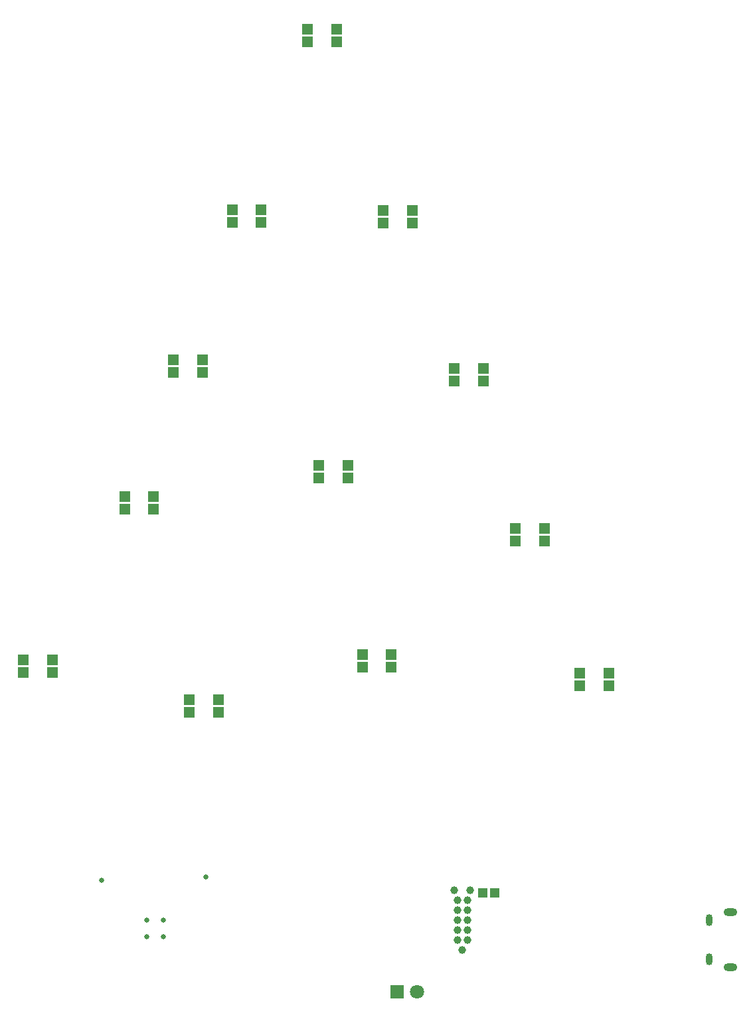
<source format=gbs>
G04*
G04 #@! TF.GenerationSoftware,Altium Limited,Altium NEXUS,2.1.9 (83)*
G04*
G04 Layer_Color=16711935*
%FSLAX44Y44*%
%MOMM*%
G71*
G01*
G75*
%ADD53R,1.2032X1.2032*%
%ADD54C,1.8032*%
%ADD55R,1.8032X1.8032*%
%ADD56C,1.0000*%
%ADD57O,0.8532X1.5032*%
%ADD58O,1.7532X0.9782*%
%ADD59C,0.6532*%
%ADD68C,1.0032*%
%ADD69R,1.4032X1.4032*%
D53*
X1500000Y484660D02*
D03*
X1515000D02*
D03*
D54*
X1415500Y358660D02*
D03*
D55*
X1390100D02*
D03*
D56*
X1463500Y487960D02*
D03*
X1473650Y411760D02*
D03*
X1483800Y487960D02*
D03*
D57*
X1788000Y399660D02*
D03*
Y449660D02*
D03*
D58*
X1815000Y389660D02*
D03*
Y459660D02*
D03*
D59*
X1070750Y428500D02*
D03*
Y450000D02*
D03*
X1092250D02*
D03*
X1092500Y428250D02*
D03*
X1013500Y500250D02*
D03*
X1146250Y505250D02*
D03*
D68*
X1480000Y424460D02*
D03*
Y437160D02*
D03*
Y449860D02*
D03*
Y462560D02*
D03*
Y475260D02*
D03*
X1467300D02*
D03*
Y462560D02*
D03*
Y449860D02*
D03*
Y437160D02*
D03*
Y424460D02*
D03*
D69*
X1276000Y1569660D02*
D03*
Y1585660D02*
D03*
X1313000D02*
D03*
Y1569660D02*
D03*
X1217000Y1339660D02*
D03*
Y1355660D02*
D03*
X1180000D02*
D03*
Y1339660D02*
D03*
X1142000Y1148660D02*
D03*
Y1164660D02*
D03*
X1105000D02*
D03*
Y1148660D02*
D03*
X1080000Y973660D02*
D03*
Y989660D02*
D03*
X1043000D02*
D03*
Y973660D02*
D03*
X1162500Y714660D02*
D03*
Y730660D02*
D03*
X1125500D02*
D03*
Y714660D02*
D03*
X951000Y765660D02*
D03*
Y781660D02*
D03*
X914000D02*
D03*
Y765660D02*
D03*
X1409500Y1338660D02*
D03*
Y1354660D02*
D03*
X1372500D02*
D03*
Y1338660D02*
D03*
X1500500Y1137660D02*
D03*
Y1153660D02*
D03*
X1463500D02*
D03*
Y1137660D02*
D03*
X1327500Y1013660D02*
D03*
Y1029660D02*
D03*
X1290500D02*
D03*
Y1013660D02*
D03*
X1578000Y933660D02*
D03*
Y949660D02*
D03*
X1541000D02*
D03*
Y933660D02*
D03*
X1383000Y772660D02*
D03*
Y788660D02*
D03*
X1346000D02*
D03*
Y772660D02*
D03*
X1660500Y748660D02*
D03*
Y764660D02*
D03*
X1623500D02*
D03*
Y748660D02*
D03*
M02*

</source>
